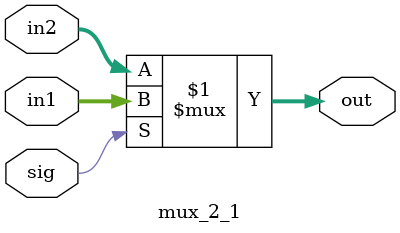
<source format=v>
module mux_2_1(output [31:0] out,input [31:0] in1, input [31:0] in2,input sig);

assign out=sig?in1:in2;

endmodule

</source>
